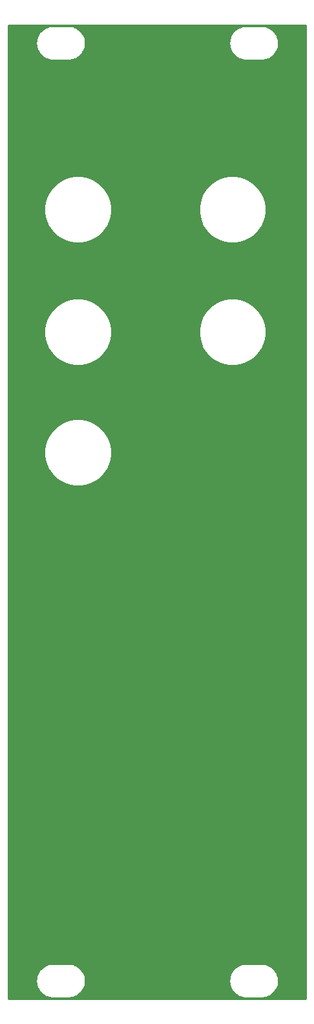
<source format=gbr>
G04 #@! TF.GenerationSoftware,KiCad,Pcbnew,(5.1.5-0)*
G04 #@! TF.CreationDate,2021-01-11T19:02:48-08:00*
G04 #@! TF.ProjectId,divinecmos,64697669-6e65-4636-9d6f-732e6b696361,rev?*
G04 #@! TF.SameCoordinates,Original*
G04 #@! TF.FileFunction,Copper,L1,Top*
G04 #@! TF.FilePolarity,Positive*
%FSLAX46Y46*%
G04 Gerber Fmt 4.6, Leading zero omitted, Abs format (unit mm)*
G04 Created by KiCad (PCBNEW (5.1.5-0)) date 2021-01-11 19:02:48*
%MOMM*%
%LPD*%
G04 APERTURE LIST*
%ADD10C,3.100000*%
%ADD11C,6.100000*%
%ADD12C,0.254000*%
G04 APERTURE END LIST*
D10*
X30000000Y-56500000D03*
D11*
X35000000Y-97500000D03*
X5000000Y-82000000D03*
X35000000Y-82000000D03*
X25000000Y-82000000D03*
X15000000Y-82000000D03*
X5000000Y-97500000D03*
X25000000Y-97500000D03*
X15000000Y-97500000D03*
D12*
G36*
X39640001Y-127840000D02*
G01*
X660000Y-127840000D01*
X660000Y-125451353D01*
X4242755Y-125451353D01*
X4243173Y-125511171D01*
X4242755Y-125570988D01*
X4243655Y-125580160D01*
X4276296Y-125890715D01*
X4288320Y-125949291D01*
X4299532Y-126008070D01*
X4302196Y-126016892D01*
X4394535Y-126315192D01*
X4417715Y-126370335D01*
X4440124Y-126425800D01*
X4444451Y-126433937D01*
X4592972Y-126708621D01*
X4626417Y-126758205D01*
X4659177Y-126808268D01*
X4665001Y-126815409D01*
X4864047Y-127056013D01*
X4906482Y-127098154D01*
X4948346Y-127140903D01*
X4955446Y-127146777D01*
X5197435Y-127344138D01*
X5247259Y-127377241D01*
X5296615Y-127411036D01*
X5304721Y-127415419D01*
X5580435Y-127562019D01*
X5635704Y-127584799D01*
X5690724Y-127608381D01*
X5699527Y-127611105D01*
X5998465Y-127701359D01*
X6057138Y-127712976D01*
X6115655Y-127725415D01*
X6124820Y-127726378D01*
X6435594Y-127756850D01*
X6435598Y-127756850D01*
X6467581Y-127760000D01*
X8532419Y-127760000D01*
X8565986Y-127756694D01*
X8586744Y-127756694D01*
X8595909Y-127755731D01*
X8906228Y-127720923D01*
X8964731Y-127708487D01*
X9023419Y-127696867D01*
X9032222Y-127694142D01*
X9329870Y-127599723D01*
X9384792Y-127576183D01*
X9440159Y-127553363D01*
X9448265Y-127548979D01*
X9721904Y-127398544D01*
X9771217Y-127364779D01*
X9821088Y-127331645D01*
X9828188Y-127325770D01*
X10067397Y-127125049D01*
X10109241Y-127082320D01*
X10151694Y-127040162D01*
X10157519Y-127033020D01*
X10353185Y-126789660D01*
X10385938Y-126739608D01*
X10419391Y-126690013D01*
X10423714Y-126681881D01*
X10423717Y-126681877D01*
X10423719Y-126681873D01*
X10568388Y-126405146D01*
X10590785Y-126349711D01*
X10613978Y-126294539D01*
X10616641Y-126285717D01*
X10704807Y-125986156D01*
X10716007Y-125927440D01*
X10728045Y-125868798D01*
X10728944Y-125859627D01*
X10757245Y-125548647D01*
X10756827Y-125488830D01*
X10757088Y-125451353D01*
X29542755Y-125451353D01*
X29543173Y-125511171D01*
X29542755Y-125570988D01*
X29543655Y-125580160D01*
X29576296Y-125890715D01*
X29588320Y-125949291D01*
X29599532Y-126008070D01*
X29602196Y-126016892D01*
X29694535Y-126315192D01*
X29717715Y-126370335D01*
X29740124Y-126425800D01*
X29744451Y-126433937D01*
X29892972Y-126708621D01*
X29926417Y-126758205D01*
X29959177Y-126808268D01*
X29965001Y-126815409D01*
X30164047Y-127056013D01*
X30206482Y-127098154D01*
X30248346Y-127140903D01*
X30255446Y-127146777D01*
X30497435Y-127344138D01*
X30547259Y-127377241D01*
X30596615Y-127411036D01*
X30604721Y-127415419D01*
X30880435Y-127562019D01*
X30935704Y-127584799D01*
X30990724Y-127608381D01*
X30999527Y-127611105D01*
X31298465Y-127701359D01*
X31357138Y-127712976D01*
X31415655Y-127725415D01*
X31424820Y-127726378D01*
X31735594Y-127756850D01*
X31735598Y-127756850D01*
X31767581Y-127760000D01*
X33832419Y-127760000D01*
X33865986Y-127756694D01*
X33886744Y-127756694D01*
X33895909Y-127755731D01*
X34206228Y-127720923D01*
X34264731Y-127708487D01*
X34323419Y-127696867D01*
X34332222Y-127694142D01*
X34629870Y-127599723D01*
X34684792Y-127576183D01*
X34740159Y-127553363D01*
X34748265Y-127548979D01*
X35021904Y-127398544D01*
X35071217Y-127364779D01*
X35121088Y-127331645D01*
X35128188Y-127325770D01*
X35367397Y-127125049D01*
X35409241Y-127082320D01*
X35451694Y-127040162D01*
X35457519Y-127033020D01*
X35653185Y-126789660D01*
X35685938Y-126739608D01*
X35719391Y-126690013D01*
X35723714Y-126681881D01*
X35723717Y-126681877D01*
X35723719Y-126681873D01*
X35868388Y-126405146D01*
X35890785Y-126349711D01*
X35913978Y-126294539D01*
X35916641Y-126285717D01*
X36004807Y-125986156D01*
X36016007Y-125927440D01*
X36028045Y-125868798D01*
X36028944Y-125859627D01*
X36057245Y-125548647D01*
X36056827Y-125488829D01*
X36057245Y-125429012D01*
X36056345Y-125419841D01*
X36023704Y-125109285D01*
X36011680Y-125050709D01*
X36000468Y-124991930D01*
X35997804Y-124983108D01*
X35905465Y-124684808D01*
X35882280Y-124629653D01*
X35859876Y-124574200D01*
X35855549Y-124566064D01*
X35855549Y-124566063D01*
X35855546Y-124566059D01*
X35707028Y-124291379D01*
X35673583Y-124241795D01*
X35640823Y-124191732D01*
X35634999Y-124184591D01*
X35435954Y-123943987D01*
X35393535Y-123901863D01*
X35351655Y-123859097D01*
X35344554Y-123853223D01*
X35102565Y-123655862D01*
X35052741Y-123622759D01*
X35003385Y-123588964D01*
X34995279Y-123584581D01*
X34719566Y-123437981D01*
X34664269Y-123415189D01*
X34609275Y-123391619D01*
X34600472Y-123388895D01*
X34301535Y-123298641D01*
X34242862Y-123287024D01*
X34184345Y-123274585D01*
X34175180Y-123273622D01*
X33864405Y-123243150D01*
X33864402Y-123243150D01*
X33832419Y-123240000D01*
X31767581Y-123240000D01*
X31734014Y-123243306D01*
X31713256Y-123243306D01*
X31704091Y-123244269D01*
X31393771Y-123279077D01*
X31335298Y-123291506D01*
X31276581Y-123303132D01*
X31267778Y-123305858D01*
X30970130Y-123400277D01*
X30915147Y-123423843D01*
X30859841Y-123446638D01*
X30851735Y-123451021D01*
X30578095Y-123601456D01*
X30528748Y-123635245D01*
X30478913Y-123668355D01*
X30471812Y-123674229D01*
X30232603Y-123874951D01*
X30190759Y-123917681D01*
X30148305Y-123959839D01*
X30142481Y-123966980D01*
X29946814Y-124210340D01*
X29914055Y-124260400D01*
X29880609Y-124309986D01*
X29876283Y-124318123D01*
X29731612Y-124594854D01*
X29709215Y-124650289D01*
X29686022Y-124705461D01*
X29683359Y-124714283D01*
X29595193Y-125013844D01*
X29583993Y-125072560D01*
X29571955Y-125131202D01*
X29571056Y-125140373D01*
X29542755Y-125451353D01*
X10757088Y-125451353D01*
X10757245Y-125429012D01*
X10756345Y-125419841D01*
X10723704Y-125109285D01*
X10711680Y-125050709D01*
X10700468Y-124991930D01*
X10697804Y-124983108D01*
X10605465Y-124684808D01*
X10582280Y-124629653D01*
X10559876Y-124574200D01*
X10555549Y-124566064D01*
X10555549Y-124566063D01*
X10555546Y-124566059D01*
X10407028Y-124291379D01*
X10373583Y-124241795D01*
X10340823Y-124191732D01*
X10334999Y-124184591D01*
X10135954Y-123943987D01*
X10093535Y-123901863D01*
X10051655Y-123859097D01*
X10044554Y-123853223D01*
X9802565Y-123655862D01*
X9752741Y-123622759D01*
X9703385Y-123588964D01*
X9695279Y-123584581D01*
X9419566Y-123437981D01*
X9364269Y-123415189D01*
X9309275Y-123391619D01*
X9300472Y-123388895D01*
X9001535Y-123298641D01*
X8942862Y-123287024D01*
X8884345Y-123274585D01*
X8875180Y-123273622D01*
X8564405Y-123243150D01*
X8564402Y-123243150D01*
X8532419Y-123240000D01*
X6467581Y-123240000D01*
X6434014Y-123243306D01*
X6413256Y-123243306D01*
X6404091Y-123244269D01*
X6093771Y-123279077D01*
X6035298Y-123291506D01*
X5976581Y-123303132D01*
X5967778Y-123305858D01*
X5670130Y-123400277D01*
X5615147Y-123423843D01*
X5559841Y-123446638D01*
X5551735Y-123451021D01*
X5278095Y-123601456D01*
X5228748Y-123635245D01*
X5178913Y-123668355D01*
X5171812Y-123674229D01*
X4932603Y-123874951D01*
X4890759Y-123917681D01*
X4848305Y-123959839D01*
X4842481Y-123966980D01*
X4646814Y-124210340D01*
X4614055Y-124260400D01*
X4580609Y-124309986D01*
X4576283Y-124318123D01*
X4431612Y-124594854D01*
X4409215Y-124650289D01*
X4386022Y-124705461D01*
X4383359Y-124714283D01*
X4295193Y-125013844D01*
X4283993Y-125072560D01*
X4271955Y-125131202D01*
X4271056Y-125140373D01*
X4242755Y-125451353D01*
X660000Y-125451353D01*
X660000Y-56065784D01*
X5341332Y-56065784D01*
X5341332Y-56934216D01*
X5510754Y-57785961D01*
X5843089Y-58588288D01*
X6325564Y-59310362D01*
X6939638Y-59924436D01*
X7661712Y-60406911D01*
X8464039Y-60739246D01*
X9315784Y-60908668D01*
X10184216Y-60908668D01*
X11035961Y-60739246D01*
X11838288Y-60406911D01*
X12560362Y-59924436D01*
X13174436Y-59310362D01*
X13656911Y-58588288D01*
X13989246Y-57785961D01*
X14158668Y-56934216D01*
X14158668Y-56065784D01*
X13989246Y-55214039D01*
X13656911Y-54411712D01*
X13174436Y-53689638D01*
X12560362Y-53075564D01*
X11838288Y-52593089D01*
X11035961Y-52260754D01*
X10184216Y-52091332D01*
X9315784Y-52091332D01*
X8464039Y-52260754D01*
X7661712Y-52593089D01*
X6939638Y-53075564D01*
X6325564Y-53689638D01*
X5843089Y-54411712D01*
X5510754Y-55214039D01*
X5341332Y-56065784D01*
X660000Y-56065784D01*
X660000Y-40315784D01*
X5341332Y-40315784D01*
X5341332Y-41184216D01*
X5510754Y-42035961D01*
X5843089Y-42838288D01*
X6325564Y-43560362D01*
X6939638Y-44174436D01*
X7661712Y-44656911D01*
X8464039Y-44989246D01*
X9315784Y-45158668D01*
X10184216Y-45158668D01*
X11035961Y-44989246D01*
X11838288Y-44656911D01*
X12560362Y-44174436D01*
X13174436Y-43560362D01*
X13656911Y-42838288D01*
X13989246Y-42035961D01*
X14158668Y-41184216D01*
X14158668Y-40315784D01*
X25591332Y-40315784D01*
X25591332Y-41184216D01*
X25760754Y-42035961D01*
X26093089Y-42838288D01*
X26575564Y-43560362D01*
X27189638Y-44174436D01*
X27911712Y-44656911D01*
X28714039Y-44989246D01*
X29565784Y-45158668D01*
X30434216Y-45158668D01*
X31285961Y-44989246D01*
X32088288Y-44656911D01*
X32810362Y-44174436D01*
X33424436Y-43560362D01*
X33906911Y-42838288D01*
X34239246Y-42035961D01*
X34408668Y-41184216D01*
X34408668Y-40315784D01*
X34239246Y-39464039D01*
X33906911Y-38661712D01*
X33424436Y-37939638D01*
X32810362Y-37325564D01*
X32088288Y-36843089D01*
X31285961Y-36510754D01*
X30434216Y-36341332D01*
X29565784Y-36341332D01*
X28714039Y-36510754D01*
X27911712Y-36843089D01*
X27189638Y-37325564D01*
X26575564Y-37939638D01*
X26093089Y-38661712D01*
X25760754Y-39464039D01*
X25591332Y-40315784D01*
X14158668Y-40315784D01*
X13989246Y-39464039D01*
X13656911Y-38661712D01*
X13174436Y-37939638D01*
X12560362Y-37325564D01*
X11838288Y-36843089D01*
X11035961Y-36510754D01*
X10184216Y-36341332D01*
X9315784Y-36341332D01*
X8464039Y-36510754D01*
X7661712Y-36843089D01*
X6939638Y-37325564D01*
X6325564Y-37939638D01*
X5843089Y-38661712D01*
X5510754Y-39464039D01*
X5341332Y-40315784D01*
X660000Y-40315784D01*
X660000Y-24315784D01*
X5341332Y-24315784D01*
X5341332Y-25184216D01*
X5510754Y-26035961D01*
X5843089Y-26838288D01*
X6325564Y-27560362D01*
X6939638Y-28174436D01*
X7661712Y-28656911D01*
X8464039Y-28989246D01*
X9315784Y-29158668D01*
X10184216Y-29158668D01*
X11035961Y-28989246D01*
X11838288Y-28656911D01*
X12560362Y-28174436D01*
X13174436Y-27560362D01*
X13656911Y-26838288D01*
X13989246Y-26035961D01*
X14158668Y-25184216D01*
X14158668Y-24315784D01*
X25591332Y-24315784D01*
X25591332Y-25184216D01*
X25760754Y-26035961D01*
X26093089Y-26838288D01*
X26575564Y-27560362D01*
X27189638Y-28174436D01*
X27911712Y-28656911D01*
X28714039Y-28989246D01*
X29565784Y-29158668D01*
X30434216Y-29158668D01*
X31285961Y-28989246D01*
X32088288Y-28656911D01*
X32810362Y-28174436D01*
X33424436Y-27560362D01*
X33906911Y-26838288D01*
X34239246Y-26035961D01*
X34408668Y-25184216D01*
X34408668Y-24315784D01*
X34239246Y-23464039D01*
X33906911Y-22661712D01*
X33424436Y-21939638D01*
X32810362Y-21325564D01*
X32088288Y-20843089D01*
X31285961Y-20510754D01*
X30434216Y-20341332D01*
X29565784Y-20341332D01*
X28714039Y-20510754D01*
X27911712Y-20843089D01*
X27189638Y-21325564D01*
X26575564Y-21939638D01*
X26093089Y-22661712D01*
X25760754Y-23464039D01*
X25591332Y-24315784D01*
X14158668Y-24315784D01*
X13989246Y-23464039D01*
X13656911Y-22661712D01*
X13174436Y-21939638D01*
X12560362Y-21325564D01*
X11838288Y-20843089D01*
X11035961Y-20510754D01*
X10184216Y-20341332D01*
X9315784Y-20341332D01*
X8464039Y-20510754D01*
X7661712Y-20843089D01*
X6939638Y-21325564D01*
X6325564Y-21939638D01*
X5843089Y-22661712D01*
X5510754Y-23464039D01*
X5341332Y-24315784D01*
X660000Y-24315784D01*
X660000Y-2951353D01*
X4242755Y-2951353D01*
X4243173Y-3011171D01*
X4242755Y-3070988D01*
X4243655Y-3080160D01*
X4276296Y-3390715D01*
X4288320Y-3449291D01*
X4299532Y-3508070D01*
X4302196Y-3516892D01*
X4394535Y-3815192D01*
X4417715Y-3870335D01*
X4440124Y-3925800D01*
X4444451Y-3933937D01*
X4592972Y-4208621D01*
X4626417Y-4258205D01*
X4659177Y-4308268D01*
X4665001Y-4315409D01*
X4864047Y-4556013D01*
X4906482Y-4598154D01*
X4948346Y-4640903D01*
X4955446Y-4646777D01*
X5197435Y-4844138D01*
X5247259Y-4877241D01*
X5296615Y-4911036D01*
X5304721Y-4915419D01*
X5580435Y-5062019D01*
X5635704Y-5084799D01*
X5690724Y-5108381D01*
X5699527Y-5111105D01*
X5998465Y-5201359D01*
X6057138Y-5212976D01*
X6115655Y-5225415D01*
X6124820Y-5226378D01*
X6435594Y-5256850D01*
X6435598Y-5256850D01*
X6467581Y-5260000D01*
X8532419Y-5260000D01*
X8565986Y-5256694D01*
X8586744Y-5256694D01*
X8595909Y-5255731D01*
X8906228Y-5220923D01*
X8964731Y-5208487D01*
X9023419Y-5196867D01*
X9032222Y-5194142D01*
X9329870Y-5099723D01*
X9384792Y-5076183D01*
X9440159Y-5053363D01*
X9448265Y-5048979D01*
X9721904Y-4898544D01*
X9771217Y-4864779D01*
X9821088Y-4831645D01*
X9828188Y-4825770D01*
X10067397Y-4625049D01*
X10109241Y-4582320D01*
X10151694Y-4540162D01*
X10157519Y-4533020D01*
X10353185Y-4289660D01*
X10385938Y-4239608D01*
X10419391Y-4190013D01*
X10423714Y-4181881D01*
X10423717Y-4181877D01*
X10423719Y-4181873D01*
X10568388Y-3905146D01*
X10590785Y-3849711D01*
X10613978Y-3794539D01*
X10616641Y-3785717D01*
X10704807Y-3486156D01*
X10716007Y-3427440D01*
X10728045Y-3368798D01*
X10728944Y-3359627D01*
X10757245Y-3048647D01*
X10756827Y-2988830D01*
X10757088Y-2951353D01*
X29542755Y-2951353D01*
X29543173Y-3011171D01*
X29542755Y-3070988D01*
X29543655Y-3080160D01*
X29576296Y-3390715D01*
X29588320Y-3449291D01*
X29599532Y-3508070D01*
X29602196Y-3516892D01*
X29694535Y-3815192D01*
X29717715Y-3870335D01*
X29740124Y-3925800D01*
X29744451Y-3933937D01*
X29892972Y-4208621D01*
X29926417Y-4258205D01*
X29959177Y-4308268D01*
X29965001Y-4315409D01*
X30164047Y-4556013D01*
X30206482Y-4598154D01*
X30248346Y-4640903D01*
X30255446Y-4646777D01*
X30497435Y-4844138D01*
X30547259Y-4877241D01*
X30596615Y-4911036D01*
X30604721Y-4915419D01*
X30880435Y-5062019D01*
X30935704Y-5084799D01*
X30990724Y-5108381D01*
X30999527Y-5111105D01*
X31298465Y-5201359D01*
X31357138Y-5212976D01*
X31415655Y-5225415D01*
X31424820Y-5226378D01*
X31735594Y-5256850D01*
X31735598Y-5256850D01*
X31767581Y-5260000D01*
X33832419Y-5260000D01*
X33865986Y-5256694D01*
X33886744Y-5256694D01*
X33895909Y-5255731D01*
X34206228Y-5220923D01*
X34264731Y-5208487D01*
X34323419Y-5196867D01*
X34332222Y-5194142D01*
X34629870Y-5099723D01*
X34684792Y-5076183D01*
X34740159Y-5053363D01*
X34748265Y-5048979D01*
X35021904Y-4898544D01*
X35071217Y-4864779D01*
X35121088Y-4831645D01*
X35128188Y-4825770D01*
X35367397Y-4625049D01*
X35409241Y-4582320D01*
X35451694Y-4540162D01*
X35457519Y-4533020D01*
X35653185Y-4289660D01*
X35685938Y-4239608D01*
X35719391Y-4190013D01*
X35723714Y-4181881D01*
X35723717Y-4181877D01*
X35723719Y-4181873D01*
X35868388Y-3905146D01*
X35890785Y-3849711D01*
X35913978Y-3794539D01*
X35916641Y-3785717D01*
X36004807Y-3486156D01*
X36016007Y-3427440D01*
X36028045Y-3368798D01*
X36028944Y-3359627D01*
X36057245Y-3048647D01*
X36056827Y-2988829D01*
X36057245Y-2929012D01*
X36056345Y-2919841D01*
X36023704Y-2609285D01*
X36011680Y-2550709D01*
X36000468Y-2491930D01*
X35997804Y-2483108D01*
X35905465Y-2184808D01*
X35882280Y-2129653D01*
X35859876Y-2074200D01*
X35855549Y-2066064D01*
X35855549Y-2066063D01*
X35855546Y-2066059D01*
X35707028Y-1791379D01*
X35673583Y-1741795D01*
X35640823Y-1691732D01*
X35634999Y-1684591D01*
X35435954Y-1443987D01*
X35393535Y-1401863D01*
X35351655Y-1359097D01*
X35344554Y-1353223D01*
X35102565Y-1155862D01*
X35052741Y-1122759D01*
X35003385Y-1088964D01*
X34995279Y-1084581D01*
X34719566Y-937981D01*
X34664269Y-915189D01*
X34609275Y-891619D01*
X34600472Y-888895D01*
X34301535Y-798641D01*
X34242862Y-787024D01*
X34184345Y-774585D01*
X34175180Y-773622D01*
X33864405Y-743150D01*
X33864402Y-743150D01*
X33832419Y-740000D01*
X31767581Y-740000D01*
X31734014Y-743306D01*
X31713256Y-743306D01*
X31704091Y-744269D01*
X31393771Y-779077D01*
X31335298Y-791506D01*
X31276581Y-803132D01*
X31267778Y-805858D01*
X30970130Y-900277D01*
X30915147Y-923843D01*
X30859841Y-946638D01*
X30851735Y-951021D01*
X30578095Y-1101456D01*
X30528748Y-1135245D01*
X30478913Y-1168355D01*
X30471812Y-1174229D01*
X30232603Y-1374951D01*
X30190759Y-1417681D01*
X30148305Y-1459839D01*
X30142481Y-1466980D01*
X29946814Y-1710340D01*
X29914055Y-1760400D01*
X29880609Y-1809986D01*
X29876283Y-1818123D01*
X29731612Y-2094854D01*
X29709215Y-2150289D01*
X29686022Y-2205461D01*
X29683359Y-2214283D01*
X29595193Y-2513844D01*
X29583993Y-2572560D01*
X29571955Y-2631202D01*
X29571056Y-2640373D01*
X29542755Y-2951353D01*
X10757088Y-2951353D01*
X10757245Y-2929012D01*
X10756345Y-2919841D01*
X10723704Y-2609285D01*
X10711680Y-2550709D01*
X10700468Y-2491930D01*
X10697804Y-2483108D01*
X10605465Y-2184808D01*
X10582280Y-2129653D01*
X10559876Y-2074200D01*
X10555549Y-2066064D01*
X10555549Y-2066063D01*
X10555546Y-2066059D01*
X10407028Y-1791379D01*
X10373583Y-1741795D01*
X10340823Y-1691732D01*
X10334999Y-1684591D01*
X10135954Y-1443987D01*
X10093535Y-1401863D01*
X10051655Y-1359097D01*
X10044554Y-1353223D01*
X9802565Y-1155862D01*
X9752741Y-1122759D01*
X9703385Y-1088964D01*
X9695279Y-1084581D01*
X9419566Y-937981D01*
X9364269Y-915189D01*
X9309275Y-891619D01*
X9300472Y-888895D01*
X9001535Y-798641D01*
X8942862Y-787024D01*
X8884345Y-774585D01*
X8875180Y-773622D01*
X8564405Y-743150D01*
X8564402Y-743150D01*
X8532419Y-740000D01*
X6467581Y-740000D01*
X6434014Y-743306D01*
X6413256Y-743306D01*
X6404091Y-744269D01*
X6093771Y-779077D01*
X6035298Y-791506D01*
X5976581Y-803132D01*
X5967778Y-805858D01*
X5670130Y-900277D01*
X5615147Y-923843D01*
X5559841Y-946638D01*
X5551735Y-951021D01*
X5278095Y-1101456D01*
X5228748Y-1135245D01*
X5178913Y-1168355D01*
X5171812Y-1174229D01*
X4932603Y-1374951D01*
X4890759Y-1417681D01*
X4848305Y-1459839D01*
X4842481Y-1466980D01*
X4646814Y-1710340D01*
X4614055Y-1760400D01*
X4580609Y-1809986D01*
X4576283Y-1818123D01*
X4431612Y-2094854D01*
X4409215Y-2150289D01*
X4386022Y-2205461D01*
X4383359Y-2214283D01*
X4295193Y-2513844D01*
X4283993Y-2572560D01*
X4271955Y-2631202D01*
X4271056Y-2640373D01*
X4242755Y-2951353D01*
X660000Y-2951353D01*
X660000Y-660000D01*
X39640000Y-660000D01*
X39640001Y-127840000D01*
G37*
X39640001Y-127840000D02*
X660000Y-127840000D01*
X660000Y-125451353D01*
X4242755Y-125451353D01*
X4243173Y-125511171D01*
X4242755Y-125570988D01*
X4243655Y-125580160D01*
X4276296Y-125890715D01*
X4288320Y-125949291D01*
X4299532Y-126008070D01*
X4302196Y-126016892D01*
X4394535Y-126315192D01*
X4417715Y-126370335D01*
X4440124Y-126425800D01*
X4444451Y-126433937D01*
X4592972Y-126708621D01*
X4626417Y-126758205D01*
X4659177Y-126808268D01*
X4665001Y-126815409D01*
X4864047Y-127056013D01*
X4906482Y-127098154D01*
X4948346Y-127140903D01*
X4955446Y-127146777D01*
X5197435Y-127344138D01*
X5247259Y-127377241D01*
X5296615Y-127411036D01*
X5304721Y-127415419D01*
X5580435Y-127562019D01*
X5635704Y-127584799D01*
X5690724Y-127608381D01*
X5699527Y-127611105D01*
X5998465Y-127701359D01*
X6057138Y-127712976D01*
X6115655Y-127725415D01*
X6124820Y-127726378D01*
X6435594Y-127756850D01*
X6435598Y-127756850D01*
X6467581Y-127760000D01*
X8532419Y-127760000D01*
X8565986Y-127756694D01*
X8586744Y-127756694D01*
X8595909Y-127755731D01*
X8906228Y-127720923D01*
X8964731Y-127708487D01*
X9023419Y-127696867D01*
X9032222Y-127694142D01*
X9329870Y-127599723D01*
X9384792Y-127576183D01*
X9440159Y-127553363D01*
X9448265Y-127548979D01*
X9721904Y-127398544D01*
X9771217Y-127364779D01*
X9821088Y-127331645D01*
X9828188Y-127325770D01*
X10067397Y-127125049D01*
X10109241Y-127082320D01*
X10151694Y-127040162D01*
X10157519Y-127033020D01*
X10353185Y-126789660D01*
X10385938Y-126739608D01*
X10419391Y-126690013D01*
X10423714Y-126681881D01*
X10423717Y-126681877D01*
X10423719Y-126681873D01*
X10568388Y-126405146D01*
X10590785Y-126349711D01*
X10613978Y-126294539D01*
X10616641Y-126285717D01*
X10704807Y-125986156D01*
X10716007Y-125927440D01*
X10728045Y-125868798D01*
X10728944Y-125859627D01*
X10757245Y-125548647D01*
X10756827Y-125488830D01*
X10757088Y-125451353D01*
X29542755Y-125451353D01*
X29543173Y-125511171D01*
X29542755Y-125570988D01*
X29543655Y-125580160D01*
X29576296Y-125890715D01*
X29588320Y-125949291D01*
X29599532Y-126008070D01*
X29602196Y-126016892D01*
X29694535Y-126315192D01*
X29717715Y-126370335D01*
X29740124Y-126425800D01*
X29744451Y-126433937D01*
X29892972Y-126708621D01*
X29926417Y-126758205D01*
X29959177Y-126808268D01*
X29965001Y-126815409D01*
X30164047Y-127056013D01*
X30206482Y-127098154D01*
X30248346Y-127140903D01*
X30255446Y-127146777D01*
X30497435Y-127344138D01*
X30547259Y-127377241D01*
X30596615Y-127411036D01*
X30604721Y-127415419D01*
X30880435Y-127562019D01*
X30935704Y-127584799D01*
X30990724Y-127608381D01*
X30999527Y-127611105D01*
X31298465Y-127701359D01*
X31357138Y-127712976D01*
X31415655Y-127725415D01*
X31424820Y-127726378D01*
X31735594Y-127756850D01*
X31735598Y-127756850D01*
X31767581Y-127760000D01*
X33832419Y-127760000D01*
X33865986Y-127756694D01*
X33886744Y-127756694D01*
X33895909Y-127755731D01*
X34206228Y-127720923D01*
X34264731Y-127708487D01*
X34323419Y-127696867D01*
X34332222Y-127694142D01*
X34629870Y-127599723D01*
X34684792Y-127576183D01*
X34740159Y-127553363D01*
X34748265Y-127548979D01*
X35021904Y-127398544D01*
X35071217Y-127364779D01*
X35121088Y-127331645D01*
X35128188Y-127325770D01*
X35367397Y-127125049D01*
X35409241Y-127082320D01*
X35451694Y-127040162D01*
X35457519Y-127033020D01*
X35653185Y-126789660D01*
X35685938Y-126739608D01*
X35719391Y-126690013D01*
X35723714Y-126681881D01*
X35723717Y-126681877D01*
X35723719Y-126681873D01*
X35868388Y-126405146D01*
X35890785Y-126349711D01*
X35913978Y-126294539D01*
X35916641Y-126285717D01*
X36004807Y-125986156D01*
X36016007Y-125927440D01*
X36028045Y-125868798D01*
X36028944Y-125859627D01*
X36057245Y-125548647D01*
X36056827Y-125488829D01*
X36057245Y-125429012D01*
X36056345Y-125419841D01*
X36023704Y-125109285D01*
X36011680Y-125050709D01*
X36000468Y-124991930D01*
X35997804Y-124983108D01*
X35905465Y-124684808D01*
X35882280Y-124629653D01*
X35859876Y-124574200D01*
X35855549Y-124566064D01*
X35855549Y-124566063D01*
X35855546Y-124566059D01*
X35707028Y-124291379D01*
X35673583Y-124241795D01*
X35640823Y-124191732D01*
X35634999Y-124184591D01*
X35435954Y-123943987D01*
X35393535Y-123901863D01*
X35351655Y-123859097D01*
X35344554Y-123853223D01*
X35102565Y-123655862D01*
X35052741Y-123622759D01*
X35003385Y-123588964D01*
X34995279Y-123584581D01*
X34719566Y-123437981D01*
X34664269Y-123415189D01*
X34609275Y-123391619D01*
X34600472Y-123388895D01*
X34301535Y-123298641D01*
X34242862Y-123287024D01*
X34184345Y-123274585D01*
X34175180Y-123273622D01*
X33864405Y-123243150D01*
X33864402Y-123243150D01*
X33832419Y-123240000D01*
X31767581Y-123240000D01*
X31734014Y-123243306D01*
X31713256Y-123243306D01*
X31704091Y-123244269D01*
X31393771Y-123279077D01*
X31335298Y-123291506D01*
X31276581Y-123303132D01*
X31267778Y-123305858D01*
X30970130Y-123400277D01*
X30915147Y-123423843D01*
X30859841Y-123446638D01*
X30851735Y-123451021D01*
X30578095Y-123601456D01*
X30528748Y-123635245D01*
X30478913Y-123668355D01*
X30471812Y-123674229D01*
X30232603Y-123874951D01*
X30190759Y-123917681D01*
X30148305Y-123959839D01*
X30142481Y-123966980D01*
X29946814Y-124210340D01*
X29914055Y-124260400D01*
X29880609Y-124309986D01*
X29876283Y-124318123D01*
X29731612Y-124594854D01*
X29709215Y-124650289D01*
X29686022Y-124705461D01*
X29683359Y-124714283D01*
X29595193Y-125013844D01*
X29583993Y-125072560D01*
X29571955Y-125131202D01*
X29571056Y-125140373D01*
X29542755Y-125451353D01*
X10757088Y-125451353D01*
X10757245Y-125429012D01*
X10756345Y-125419841D01*
X10723704Y-125109285D01*
X10711680Y-125050709D01*
X10700468Y-124991930D01*
X10697804Y-124983108D01*
X10605465Y-124684808D01*
X10582280Y-124629653D01*
X10559876Y-124574200D01*
X10555549Y-124566064D01*
X10555549Y-124566063D01*
X10555546Y-124566059D01*
X10407028Y-124291379D01*
X10373583Y-124241795D01*
X10340823Y-124191732D01*
X10334999Y-124184591D01*
X10135954Y-123943987D01*
X10093535Y-123901863D01*
X10051655Y-123859097D01*
X10044554Y-123853223D01*
X9802565Y-123655862D01*
X9752741Y-123622759D01*
X9703385Y-123588964D01*
X9695279Y-123584581D01*
X9419566Y-123437981D01*
X9364269Y-123415189D01*
X9309275Y-123391619D01*
X9300472Y-123388895D01*
X9001535Y-123298641D01*
X8942862Y-123287024D01*
X8884345Y-123274585D01*
X8875180Y-123273622D01*
X8564405Y-123243150D01*
X8564402Y-123243150D01*
X8532419Y-123240000D01*
X6467581Y-123240000D01*
X6434014Y-123243306D01*
X6413256Y-123243306D01*
X6404091Y-123244269D01*
X6093771Y-123279077D01*
X6035298Y-123291506D01*
X5976581Y-123303132D01*
X5967778Y-123305858D01*
X5670130Y-123400277D01*
X5615147Y-123423843D01*
X5559841Y-123446638D01*
X5551735Y-123451021D01*
X5278095Y-123601456D01*
X5228748Y-123635245D01*
X5178913Y-123668355D01*
X5171812Y-123674229D01*
X4932603Y-123874951D01*
X4890759Y-123917681D01*
X4848305Y-123959839D01*
X4842481Y-123966980D01*
X4646814Y-124210340D01*
X4614055Y-124260400D01*
X4580609Y-124309986D01*
X4576283Y-124318123D01*
X4431612Y-124594854D01*
X4409215Y-124650289D01*
X4386022Y-124705461D01*
X4383359Y-124714283D01*
X4295193Y-125013844D01*
X4283993Y-125072560D01*
X4271955Y-125131202D01*
X4271056Y-125140373D01*
X4242755Y-125451353D01*
X660000Y-125451353D01*
X660000Y-56065784D01*
X5341332Y-56065784D01*
X5341332Y-56934216D01*
X5510754Y-57785961D01*
X5843089Y-58588288D01*
X6325564Y-59310362D01*
X6939638Y-59924436D01*
X7661712Y-60406911D01*
X8464039Y-60739246D01*
X9315784Y-60908668D01*
X10184216Y-60908668D01*
X11035961Y-60739246D01*
X11838288Y-60406911D01*
X12560362Y-59924436D01*
X13174436Y-59310362D01*
X13656911Y-58588288D01*
X13989246Y-57785961D01*
X14158668Y-56934216D01*
X14158668Y-56065784D01*
X13989246Y-55214039D01*
X13656911Y-54411712D01*
X13174436Y-53689638D01*
X12560362Y-53075564D01*
X11838288Y-52593089D01*
X11035961Y-52260754D01*
X10184216Y-52091332D01*
X9315784Y-52091332D01*
X8464039Y-52260754D01*
X7661712Y-52593089D01*
X6939638Y-53075564D01*
X6325564Y-53689638D01*
X5843089Y-54411712D01*
X5510754Y-55214039D01*
X5341332Y-56065784D01*
X660000Y-56065784D01*
X660000Y-40315784D01*
X5341332Y-40315784D01*
X5341332Y-41184216D01*
X5510754Y-42035961D01*
X5843089Y-42838288D01*
X6325564Y-43560362D01*
X6939638Y-44174436D01*
X7661712Y-44656911D01*
X8464039Y-44989246D01*
X9315784Y-45158668D01*
X10184216Y-45158668D01*
X11035961Y-44989246D01*
X11838288Y-44656911D01*
X12560362Y-44174436D01*
X13174436Y-43560362D01*
X13656911Y-42838288D01*
X13989246Y-42035961D01*
X14158668Y-41184216D01*
X14158668Y-40315784D01*
X25591332Y-40315784D01*
X25591332Y-41184216D01*
X25760754Y-42035961D01*
X26093089Y-42838288D01*
X26575564Y-43560362D01*
X27189638Y-44174436D01*
X27911712Y-44656911D01*
X28714039Y-44989246D01*
X29565784Y-45158668D01*
X30434216Y-45158668D01*
X31285961Y-44989246D01*
X32088288Y-44656911D01*
X32810362Y-44174436D01*
X33424436Y-43560362D01*
X33906911Y-42838288D01*
X34239246Y-42035961D01*
X34408668Y-41184216D01*
X34408668Y-40315784D01*
X34239246Y-39464039D01*
X33906911Y-38661712D01*
X33424436Y-37939638D01*
X32810362Y-37325564D01*
X32088288Y-36843089D01*
X31285961Y-36510754D01*
X30434216Y-36341332D01*
X29565784Y-36341332D01*
X28714039Y-36510754D01*
X27911712Y-36843089D01*
X27189638Y-37325564D01*
X26575564Y-37939638D01*
X26093089Y-38661712D01*
X25760754Y-39464039D01*
X25591332Y-40315784D01*
X14158668Y-40315784D01*
X13989246Y-39464039D01*
X13656911Y-38661712D01*
X13174436Y-37939638D01*
X12560362Y-37325564D01*
X11838288Y-36843089D01*
X11035961Y-36510754D01*
X10184216Y-36341332D01*
X9315784Y-36341332D01*
X8464039Y-36510754D01*
X7661712Y-36843089D01*
X6939638Y-37325564D01*
X6325564Y-37939638D01*
X5843089Y-38661712D01*
X5510754Y-39464039D01*
X5341332Y-40315784D01*
X660000Y-40315784D01*
X660000Y-24315784D01*
X5341332Y-24315784D01*
X5341332Y-25184216D01*
X5510754Y-26035961D01*
X5843089Y-26838288D01*
X6325564Y-27560362D01*
X6939638Y-28174436D01*
X7661712Y-28656911D01*
X8464039Y-28989246D01*
X9315784Y-29158668D01*
X10184216Y-29158668D01*
X11035961Y-28989246D01*
X11838288Y-28656911D01*
X12560362Y-28174436D01*
X13174436Y-27560362D01*
X13656911Y-26838288D01*
X13989246Y-26035961D01*
X14158668Y-25184216D01*
X14158668Y-24315784D01*
X25591332Y-24315784D01*
X25591332Y-25184216D01*
X25760754Y-26035961D01*
X26093089Y-26838288D01*
X26575564Y-27560362D01*
X27189638Y-28174436D01*
X27911712Y-28656911D01*
X28714039Y-28989246D01*
X29565784Y-29158668D01*
X30434216Y-29158668D01*
X31285961Y-28989246D01*
X32088288Y-28656911D01*
X32810362Y-28174436D01*
X33424436Y-27560362D01*
X33906911Y-26838288D01*
X34239246Y-26035961D01*
X34408668Y-25184216D01*
X34408668Y-24315784D01*
X34239246Y-23464039D01*
X33906911Y-22661712D01*
X33424436Y-21939638D01*
X32810362Y-21325564D01*
X32088288Y-20843089D01*
X31285961Y-20510754D01*
X30434216Y-20341332D01*
X29565784Y-20341332D01*
X28714039Y-20510754D01*
X27911712Y-20843089D01*
X27189638Y-21325564D01*
X26575564Y-21939638D01*
X26093089Y-22661712D01*
X25760754Y-23464039D01*
X25591332Y-24315784D01*
X14158668Y-24315784D01*
X13989246Y-23464039D01*
X13656911Y-22661712D01*
X13174436Y-21939638D01*
X12560362Y-21325564D01*
X11838288Y-20843089D01*
X11035961Y-20510754D01*
X10184216Y-20341332D01*
X9315784Y-20341332D01*
X8464039Y-20510754D01*
X7661712Y-20843089D01*
X6939638Y-21325564D01*
X6325564Y-21939638D01*
X5843089Y-22661712D01*
X5510754Y-23464039D01*
X5341332Y-24315784D01*
X660000Y-24315784D01*
X660000Y-2951353D01*
X4242755Y-2951353D01*
X4243173Y-3011171D01*
X4242755Y-3070988D01*
X4243655Y-3080160D01*
X4276296Y-3390715D01*
X4288320Y-3449291D01*
X4299532Y-3508070D01*
X4302196Y-3516892D01*
X4394535Y-3815192D01*
X4417715Y-3870335D01*
X4440124Y-3925800D01*
X4444451Y-3933937D01*
X4592972Y-4208621D01*
X4626417Y-4258205D01*
X4659177Y-4308268D01*
X4665001Y-4315409D01*
X4864047Y-4556013D01*
X4906482Y-4598154D01*
X4948346Y-4640903D01*
X4955446Y-4646777D01*
X5197435Y-4844138D01*
X5247259Y-4877241D01*
X5296615Y-4911036D01*
X5304721Y-4915419D01*
X5580435Y-5062019D01*
X5635704Y-5084799D01*
X5690724Y-5108381D01*
X5699527Y-5111105D01*
X5998465Y-5201359D01*
X6057138Y-5212976D01*
X6115655Y-5225415D01*
X6124820Y-5226378D01*
X6435594Y-5256850D01*
X6435598Y-5256850D01*
X6467581Y-5260000D01*
X8532419Y-5260000D01*
X8565986Y-5256694D01*
X8586744Y-5256694D01*
X8595909Y-5255731D01*
X8906228Y-5220923D01*
X8964731Y-5208487D01*
X9023419Y-5196867D01*
X9032222Y-5194142D01*
X9329870Y-5099723D01*
X9384792Y-5076183D01*
X9440159Y-5053363D01*
X9448265Y-5048979D01*
X9721904Y-4898544D01*
X9771217Y-4864779D01*
X9821088Y-4831645D01*
X9828188Y-4825770D01*
X10067397Y-4625049D01*
X10109241Y-4582320D01*
X10151694Y-4540162D01*
X10157519Y-4533020D01*
X10353185Y-4289660D01*
X10385938Y-4239608D01*
X10419391Y-4190013D01*
X10423714Y-4181881D01*
X10423717Y-4181877D01*
X10423719Y-4181873D01*
X10568388Y-3905146D01*
X10590785Y-3849711D01*
X10613978Y-3794539D01*
X10616641Y-3785717D01*
X10704807Y-3486156D01*
X10716007Y-3427440D01*
X10728045Y-3368798D01*
X10728944Y-3359627D01*
X10757245Y-3048647D01*
X10756827Y-2988830D01*
X10757088Y-2951353D01*
X29542755Y-2951353D01*
X29543173Y-3011171D01*
X29542755Y-3070988D01*
X29543655Y-3080160D01*
X29576296Y-3390715D01*
X29588320Y-3449291D01*
X29599532Y-3508070D01*
X29602196Y-3516892D01*
X29694535Y-3815192D01*
X29717715Y-3870335D01*
X29740124Y-3925800D01*
X29744451Y-3933937D01*
X29892972Y-4208621D01*
X29926417Y-4258205D01*
X29959177Y-4308268D01*
X29965001Y-4315409D01*
X30164047Y-4556013D01*
X30206482Y-4598154D01*
X30248346Y-4640903D01*
X30255446Y-4646777D01*
X30497435Y-4844138D01*
X30547259Y-4877241D01*
X30596615Y-4911036D01*
X30604721Y-4915419D01*
X30880435Y-5062019D01*
X30935704Y-5084799D01*
X30990724Y-5108381D01*
X30999527Y-5111105D01*
X31298465Y-5201359D01*
X31357138Y-5212976D01*
X31415655Y-5225415D01*
X31424820Y-5226378D01*
X31735594Y-5256850D01*
X31735598Y-5256850D01*
X31767581Y-5260000D01*
X33832419Y-5260000D01*
X33865986Y-5256694D01*
X33886744Y-5256694D01*
X33895909Y-5255731D01*
X34206228Y-5220923D01*
X34264731Y-5208487D01*
X34323419Y-5196867D01*
X34332222Y-5194142D01*
X34629870Y-5099723D01*
X34684792Y-5076183D01*
X34740159Y-5053363D01*
X34748265Y-5048979D01*
X35021904Y-4898544D01*
X35071217Y-4864779D01*
X35121088Y-4831645D01*
X35128188Y-4825770D01*
X35367397Y-4625049D01*
X35409241Y-4582320D01*
X35451694Y-4540162D01*
X35457519Y-4533020D01*
X35653185Y-4289660D01*
X35685938Y-4239608D01*
X35719391Y-4190013D01*
X35723714Y-4181881D01*
X35723717Y-4181877D01*
X35723719Y-4181873D01*
X35868388Y-3905146D01*
X35890785Y-3849711D01*
X35913978Y-3794539D01*
X35916641Y-3785717D01*
X36004807Y-3486156D01*
X36016007Y-3427440D01*
X36028045Y-3368798D01*
X36028944Y-3359627D01*
X36057245Y-3048647D01*
X36056827Y-2988829D01*
X36057245Y-2929012D01*
X36056345Y-2919841D01*
X36023704Y-2609285D01*
X36011680Y-2550709D01*
X36000468Y-2491930D01*
X35997804Y-2483108D01*
X35905465Y-2184808D01*
X35882280Y-2129653D01*
X35859876Y-2074200D01*
X35855549Y-2066064D01*
X35855549Y-2066063D01*
X35855546Y-2066059D01*
X35707028Y-1791379D01*
X35673583Y-1741795D01*
X35640823Y-1691732D01*
X35634999Y-1684591D01*
X35435954Y-1443987D01*
X35393535Y-1401863D01*
X35351655Y-1359097D01*
X35344554Y-1353223D01*
X35102565Y-1155862D01*
X35052741Y-1122759D01*
X35003385Y-1088964D01*
X34995279Y-1084581D01*
X34719566Y-937981D01*
X34664269Y-915189D01*
X34609275Y-891619D01*
X34600472Y-888895D01*
X34301535Y-798641D01*
X34242862Y-787024D01*
X34184345Y-774585D01*
X34175180Y-773622D01*
X33864405Y-743150D01*
X33864402Y-743150D01*
X33832419Y-740000D01*
X31767581Y-740000D01*
X31734014Y-743306D01*
X31713256Y-743306D01*
X31704091Y-744269D01*
X31393771Y-779077D01*
X31335298Y-791506D01*
X31276581Y-803132D01*
X31267778Y-805858D01*
X30970130Y-900277D01*
X30915147Y-923843D01*
X30859841Y-946638D01*
X30851735Y-951021D01*
X30578095Y-1101456D01*
X30528748Y-1135245D01*
X30478913Y-1168355D01*
X30471812Y-1174229D01*
X30232603Y-1374951D01*
X30190759Y-1417681D01*
X30148305Y-1459839D01*
X30142481Y-1466980D01*
X29946814Y-1710340D01*
X29914055Y-1760400D01*
X29880609Y-1809986D01*
X29876283Y-1818123D01*
X29731612Y-2094854D01*
X29709215Y-2150289D01*
X29686022Y-2205461D01*
X29683359Y-2214283D01*
X29595193Y-2513844D01*
X29583993Y-2572560D01*
X29571955Y-2631202D01*
X29571056Y-2640373D01*
X29542755Y-2951353D01*
X10757088Y-2951353D01*
X10757245Y-2929012D01*
X10756345Y-2919841D01*
X10723704Y-2609285D01*
X10711680Y-2550709D01*
X10700468Y-2491930D01*
X10697804Y-2483108D01*
X10605465Y-2184808D01*
X10582280Y-2129653D01*
X10559876Y-2074200D01*
X10555549Y-2066064D01*
X10555549Y-2066063D01*
X10555546Y-2066059D01*
X10407028Y-1791379D01*
X10373583Y-1741795D01*
X10340823Y-1691732D01*
X10334999Y-1684591D01*
X10135954Y-1443987D01*
X10093535Y-1401863D01*
X10051655Y-1359097D01*
X10044554Y-1353223D01*
X9802565Y-1155862D01*
X9752741Y-1122759D01*
X9703385Y-1088964D01*
X9695279Y-1084581D01*
X9419566Y-937981D01*
X9364269Y-915189D01*
X9309275Y-891619D01*
X9300472Y-888895D01*
X9001535Y-798641D01*
X8942862Y-787024D01*
X8884345Y-774585D01*
X8875180Y-773622D01*
X8564405Y-743150D01*
X8564402Y-743150D01*
X8532419Y-740000D01*
X6467581Y-740000D01*
X6434014Y-743306D01*
X6413256Y-743306D01*
X6404091Y-744269D01*
X6093771Y-779077D01*
X6035298Y-791506D01*
X5976581Y-803132D01*
X5967778Y-805858D01*
X5670130Y-900277D01*
X5615147Y-923843D01*
X5559841Y-946638D01*
X5551735Y-951021D01*
X5278095Y-1101456D01*
X5228748Y-1135245D01*
X5178913Y-1168355D01*
X5171812Y-1174229D01*
X4932603Y-1374951D01*
X4890759Y-1417681D01*
X4848305Y-1459839D01*
X4842481Y-1466980D01*
X4646814Y-1710340D01*
X4614055Y-1760400D01*
X4580609Y-1809986D01*
X4576283Y-1818123D01*
X4431612Y-2094854D01*
X4409215Y-2150289D01*
X4386022Y-2205461D01*
X4383359Y-2214283D01*
X4295193Y-2513844D01*
X4283993Y-2572560D01*
X4271955Y-2631202D01*
X4271056Y-2640373D01*
X4242755Y-2951353D01*
X660000Y-2951353D01*
X660000Y-660000D01*
X39640000Y-660000D01*
X39640001Y-127840000D01*
M02*

</source>
